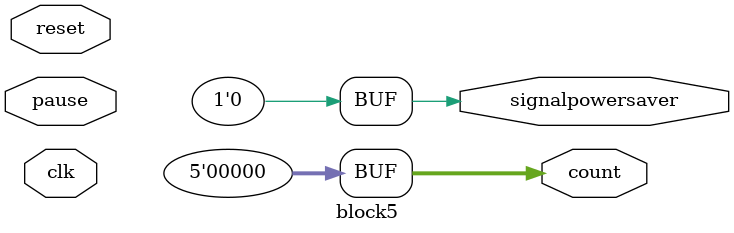
<source format=sv>
module block5# (parameter N = 5)(clk,reset,count,pause,signalpowersaver);//first block
input logic reset,clk,pause;
output logic [N-1:0]count;
output logic signalpowersaver;
logic [N-1:0] sum0;
assign count = 0;
addsub5 A1(count,sum0,pause);
Regfour #(5) R1(clk,reset,sum0,count);
always_comb
begin
if((~count[0]) & (count[1]) & (count[2]) & (count[3]) & (count[4]))
signalpowersaver = 1;
else
signalpowersaver = 0;
end
endmodule

</source>
